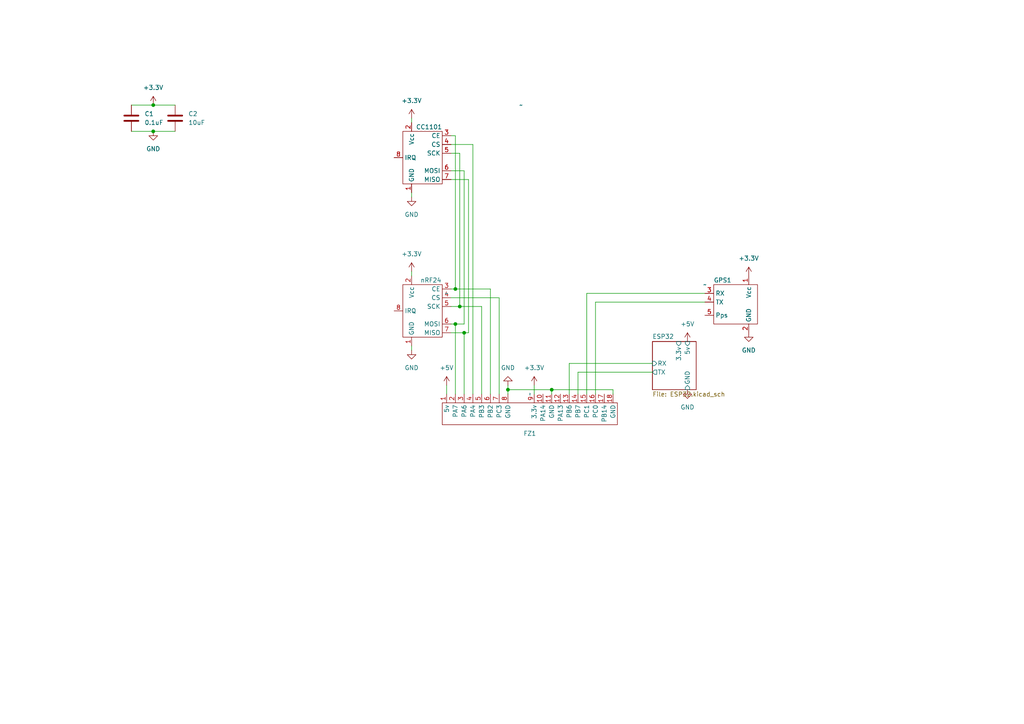
<source format=kicad_sch>
(kicad_sch (version 20230121) (generator eeschema)
  (paper "A4")
  (lib_symbols
    (symbol "Device:C" (pin_numbers hide) (pin_names (offset 0.254))
      (property "Reference" "C" (at 0.635 2.54 0))
      (property "Value" "C" (at 0.635 -2.54 0))
      (symbol "C_0_1"
        (polyline (pts (xy -2.032 -0.762) (xy 2.032 -0.762)) (stroke (width 0.508)))
        (polyline (pts (xy -2.032 0.762) (xy 2.032 0.762)) (stroke (width 0.508)))
      )
      (symbol "C_1_1"
        (pin passive line (at 0 3.81 270) (length 2.794) (name "~") (number "1"))
        (pin passive line (at 0 -3.81 90) (length 2.794) (name "~") (number "2"))
      )
    )
    (symbol "FlipperLibrary:C1101"
      (property "Reference" "U" (at 12.7 1.27 0))
      (symbol "C1101_0_1"
        (rectangle (start 11.43 0) (end 22.86 -15.24))
      )
      (symbol "C1101_1_1"
        (pin output line (at 20.32 -17.78 90) (length 2.54) (name "GND") (number "1"))
        (pin input line (at 20.32 2.54 270) (length 2.54) (name "Vcc") (number "2"))
        (pin input line (at 8.89 -1.27 0) (length 2.54) (name "CE") (number "3"))
        (pin input line (at 8.89 -3.81 0) (length 2.54) (name "CS") (number "4"))
        (pin input line (at 8.89 -6.35 0) (length 2.54) (name "SCK") (number "5"))
        (pin input line (at 8.89 -11.43 0) (length 2.54) (name "MOSI") (number "6"))
        (pin output line (at 8.89 -13.97 0) (length 2.54) (name "MISO") (number "7"))
        (pin output line (at 25.4 -7.62 180) (length 2.54) (name "IRQ") (number "8"))
      )
    )
    (symbol "FlipperLibrary:FZ_GPIO"
      (property "Reference" "FZ" (at 0 0 0))
      (symbol "FZ_GPIO_0_1"
        (rectangle (start 2.54 27.94) (end 8.89 -22.86))
      )
      (symbol "FZ_GPIO_1_1"
        (pin output line (at 0 -21.59 0) (length 2.54) (name "5v") (number "1"))
        (pin bidirectional line (at 0 6.35 0) (length 2.54) (name "PA14") (number "10"))
        (pin bidirectional line (at 0 8.89 0) (length 2.54) (name "GND") (number "11"))
        (pin bidirectional line (at 0 11.43 0) (length 2.54) (name "PA13") (number "12"))
        (pin bidirectional line (at 0 13.97 0) (length 2.54) (name "PB6") (number "13"))
        (pin bidirectional line (at 0 16.51 0) (length 2.54) (name "PB7") (number "14"))
        (pin bidirectional line (at 0 19.05 0) (length 2.54) (name "PC1") (number "15"))
        (pin bidirectional line (at 0 21.59 0) (length 2.54) (name "PC0") (number "16"))
        (pin bidirectional line (at 0 24.13 0) (length 2.54) (name "PB14") (number "17"))
        (pin bidirectional line (at 0 26.67 0) (length 2.54) (name "GND") (number "18"))
        (pin bidirectional line (at 0 -19.05 0) (length 2.54) (name "PA7") (number "2"))
        (pin bidirectional line (at 0 -16.51 0) (length 2.54) (name "PA6") (number "3"))
        (pin bidirectional line (at 0 -13.97 0) (length 2.54) (name "PA4") (number "4"))
        (pin bidirectional line (at 0 -11.43 0) (length 2.54) (name "PB3") (number "5"))
        (pin bidirectional line (at 0 -8.89 0) (length 2.54) (name "PB2") (number "6"))
        (pin bidirectional line (at 0 -6.35 0) (length 2.54) (name "PC3") (number "7"))
        (pin bidirectional line (at 0 -3.81 0) (length 2.54) (name "GND") (number "8"))
        (pin output line (at 0 3.81 0) (length 2.54) (name "3.3v") (number "9"))
      )
    )
    (symbol "FlipperLibrary:GPS"
      (property "Reference" "GPS" (at -5.08 6.35 0))
      (symbol "GPS_0_1"
        (rectangle (start -6.35 5.08) (end 6.35 -6.35))
      )
      (symbol "GPS_1_1"
        (pin input line (at 3.81 7.62 270) (length 2.54) (name "Vcc") (number "1"))
        (pin input line (at 3.81 -8.89 90) (length 2.54) (name "GND") (number "2"))
        (pin input line (at -8.89 2.54 0) (length 2.54) (name "RX") (number "3"))
        (pin output line (at -8.89 0 0) (length 2.54) (name "TX") (number "4"))
        (pin output line (at -8.89 -3.81 0) (length 2.54) (name "Pps") (number "5"))
      )
    )
    (symbol "FlipperLibrary:nRF24"
      (property "Reference" "U" (at -5.08 8.89 0))
      (symbol "nRF24_0_1"
        (rectangle (start -6.35 7.62) (end 5.08 -7.62))
      )
      (symbol "nRF24_1_1"
        (pin output line (at 2.54 -10.16 90) (length 2.54) (name "GND") (number "1"))
        (pin input line (at 2.54 10.16 270) (length 2.54) (name "Vcc") (number "2"))
        (pin input line (at -8.89 6.35 0) (length 2.54) (name "CE") (number "3"))
        (pin input line (at -8.89 3.81 0) (length 2.54) (name "CS") (number "4"))
        (pin input line (at -8.89 1.27 0) (length 2.54) (name "SCK") (number "5"))
        (pin input line (at -8.89 -3.81 0) (length 2.54) (name "MOSI") (number "6"))
        (pin output line (at -8.89 -6.35 0) (length 2.54) (name "MISO") (number "7"))
        (pin output line (at 7.62 0 180) (length 2.54) (name "IRQ") (number "8"))
      )
    )
    (symbol "power:+3.3V" (power) (pin_names (offset 0))
      (property "Value" "+3.3V" (at 0 3.556 0))
      (symbol "+3.3V_0_1"
        (polyline (pts (xy -0.762 1.27) (xy 0 2.54)))
        (polyline (pts (xy 0 0) (xy 0 2.54)))
        (polyline (pts (xy 0 2.54) (xy 0.762 1.27)))
      )
      (symbol "+3.3V_1_1"
        (pin power_in line (at 0 0 90) (length 0) hide (name "+3.3V") (number "1"))
      )
    )
    (symbol "power:+5V" (power) (pin_names (offset 0))
      (property "Value" "+5V" (at 0 3.556 0))
      (symbol "+5V_0_1"
        (polyline (pts (xy -0.762 1.27) (xy 0 2.54)))
        (polyline (pts (xy 0 0) (xy 0 2.54)))
        (polyline (pts (xy 0 2.54) (xy 0.762 1.27)))
      )
      (symbol "+5V_1_1"
        (pin power_in line (at 0 0 90) (length 0) hide (name "+5V") (number "1"))
      )
    )
    (symbol "power:GND" (power) (pin_names (offset 0))
      (property "Value" "GND" (at 0 -3.81 0))
      (symbol "GND_0_1"
        (polyline (pts (xy 0 0) (xy 0 -1.27) (xy 1.27 -1.27) (xy 0 -2.54) (xy -1.27 -1.27) (xy 0 -1.27)))
      )
      (symbol "GND_1_1"
        (pin power_in line (at 0 0 270) (length 0) hide (name "GND") (number "1"))
      )
    )
  )
  (junction (at 134.62 96.52))
  (junction (at 132.08 83.82))
  (junction (at 44.45 38.1))
  (junction (at 133.35 88.9))
  (junction (at 44.45 30.48))
  (junction (at 147.32 113.03))
  (junction (at 160.02 113.03))
  (junction (at 132.08 93.98))
  (wire (pts (xy 135.89 52.07) (xy 135.89 96.52)))
  (wire (pts (xy 134.62 93.98) (xy 132.08 93.98)))
  (wire (pts (xy 147.32 113.03) (xy 147.32 114.3)))
  (wire (pts (xy 154.94 111.76) (xy 154.94 114.3)))
  (wire (pts (xy 130.81 52.07) (xy 135.89 52.07)))
  (wire (pts (xy 135.89 96.52) (xy 134.62 96.52)))
  (wire (pts (xy 137.16 114.3) (xy 137.16 41.91)))
  (wire (pts (xy 132.08 93.98) (xy 130.81 93.98)))
  (wire (pts (xy 119.38 34.29) (xy 119.38 35.56)))
  (wire (pts (xy 38.1 30.48) (xy 44.45 30.48)))
  (wire (pts (xy 133.35 88.9) (xy 130.81 88.9)))
  (wire (pts (xy 177.8 114.3) (xy 177.8 113.03)))
  (wire (pts (xy 142.24 83.82) (xy 132.08 83.82)))
  (wire (pts (xy 137.16 41.91) (xy 130.81 41.91)))
  (wire (pts (xy 167.64 107.95) (xy 167.64 114.3)))
  (wire (pts (xy 44.45 30.48) (xy 50.8 30.48)))
  (wire (pts (xy 119.38 78.74) (xy 119.38 80.01)))
  (wire (pts (xy 132.08 39.37) (xy 132.08 83.82)))
  (wire (pts (xy 130.81 44.45) (xy 133.35 44.45)))
  (wire (pts (xy 130.81 49.53) (xy 134.62 49.53)))
  (wire (pts (xy 160.02 114.3) (xy 160.02 113.03)))
  (wire (pts (xy 133.35 44.45) (xy 133.35 88.9)))
  (wire (pts (xy 119.38 55.88) (xy 119.38 57.15)))
  (wire (pts (xy 189.23 105.41) (xy 165.1 105.41)))
  (wire (pts (xy 165.1 105.41) (xy 165.1 114.3)))
  (wire (pts (xy 38.1 38.1) (xy 44.45 38.1)))
  (wire (pts (xy 144.78 114.3) (xy 144.78 86.36)))
  (wire (pts (xy 44.45 38.1) (xy 50.8 38.1)))
  (wire (pts (xy 139.7 114.3) (xy 139.7 88.9)))
  (wire (pts (xy 134.62 49.53) (xy 134.62 93.98)))
  (wire (pts (xy 170.18 85.09) (xy 204.47 85.09)))
  (wire (pts (xy 132.08 83.82) (xy 130.81 83.82)))
  (wire (pts (xy 129.54 111.76) (xy 129.54 114.3)))
  (wire (pts (xy 134.62 96.52) (xy 130.81 96.52)))
  (wire (pts (xy 189.23 107.95) (xy 167.64 107.95)))
  (wire (pts (xy 172.72 87.63) (xy 204.47 87.63)))
  (wire (pts (xy 132.08 93.98) (xy 132.08 114.3)))
  (wire (pts (xy 134.62 96.52) (xy 134.62 114.3)))
  (wire (pts (xy 119.38 100.33) (xy 119.38 101.6)))
  (wire (pts (xy 170.18 85.09) (xy 170.18 114.3)))
  (wire (pts (xy 172.72 87.63) (xy 172.72 114.3)))
  (wire (pts (xy 144.78 86.36) (xy 130.81 86.36)))
  (wire (pts (xy 160.02 113.03) (xy 177.8 113.03)))
  (wire (pts (xy 130.81 39.37) (xy 132.08 39.37)))
  (wire (pts (xy 139.7 88.9) (xy 133.35 88.9)))
  (wire (pts (xy 160.02 113.03) (xy 147.32 113.03)))
  (wire (pts (xy 142.24 114.3) (xy 142.24 83.82)))
  (wire (pts (xy 147.32 111.76) (xy 147.32 113.03)))
  (symbol (lib_id "power:GND") (at 147.32 111.76 180) (unit 1)
    (property "Reference" "#PWR09" (effects hide))
    (property "Value" "GND" (at 147.32 106.68 0))
  )
  (symbol (lib_id "power:+3.3V") (at 119.38 78.74 0) (unit 1)
    (property "Reference" "#PWR010" (effects hide))
    (property "Value" "+3.3V" (at 119.38 73.66 0))
  )
  (symbol (lib_id "power:GND") (at 217.17 96.52 0) (unit 1)
    (property "Reference" "#PWR04" (effects hide))
    (property "Value" "GND" (at 217.17 101.6 0))
  )
  (symbol (lib_id "FlipperLibrary:GPS") (at 213.36 87.63 0) (unit 1)
    (property "Reference" "GPS1" (at 207.01 81.28 0) (effects (justify left)))
    (property "Value" "~" (at 204.47 82.55 0))
    (property "Footprint" "FlipperLibrary:GPS" (effects hide))
  )
  (symbol (lib_id "power:+3.3V") (at 119.38 34.29 0) (unit 1)
    (property "Reference" "#PWR012" (effects hide))
    (property "Value" "+3.3V" (at 119.38 29.21 0))
  )
  (symbol (lib_id "power:+3.3V") (at 44.45 30.48 0) (unit 1)
    (property "Reference" "#PWR02" (effects hide))
    (property "Value" "+3.3V" (at 44.45 25.4 0))
  )
  (symbol (lib_id "power:GND") (at 119.38 101.6 0) (unit 1)
    (property "Reference" "#PWR013" (effects hide))
    (property "Value" "GND" (at 119.38 106.68 0))
  )
  (symbol (lib_id "Device:C") (at 50.8 34.29 0) (unit 1)
    (property "Reference" "C2" (at 54.61 33.02 0) (effects (justify left)))
    (property "Value" "10uF" (at 54.61 35.56 0) (effects (justify left)))
    (property "Footprint" "Capacitor_THT:C_Radial_D4.0mm_H7.0mm_P1.50mm" (effects hide))
  )
  (symbol (lib_id "FlipperLibrary:FZ_GPIO") (at 151.13 114.3 270) (unit 1)
    (property "Reference" "FZ1" (at 153.67 125.73 90))
    (property "Value" "~" (at 153.67 114.3 0))
    (property "Footprint" "FlipperLibrary:FZ" (effects hide))
  )
  (symbol (lib_id "power:+3.3V") (at 154.94 111.76 0) (unit 1)
    (property "Reference" "#PWR08" (effects hide))
    (property "Value" "+3.3V" (at 154.94 106.68 0))
  )
  (symbol (lib_id "FlipperLibrary:C1101") (at 139.7 38.1 0) (mirror y) (unit 1)
    (property "Reference" "CC1101" (at 120.65 36.83 0) (effects (justify right)))
    (property "Value" "~" (at 151.13 30.48 0))
    (property "Footprint" "FlipperLibrary:C1101" (effects hide))
  )
  (symbol (lib_id "power:GND") (at 44.45 38.1 0) (unit 1)
    (property "Reference" "#PWR01" (effects hide))
    (property "Value" "GND" (at 44.45 43.18 0))
  )
  (symbol (lib_id "power:+5V") (at 199.39 99.06 0) (unit 1)
    (property "Reference" "#PWR05" (effects hide))
    (property "Value" "+5V" (at 199.39 93.98 0))
  )
  (symbol (lib_id "power:GND") (at 199.39 113.03 0) (unit 1)
    (property "Reference" "#PWR06" (effects hide))
    (property "Value" "GND" (at 199.39 118.11 0))
  )
  (symbol (lib_id "power:+5V") (at 129.54 111.76 0) (unit 1)
    (property "Reference" "#PWR07" (effects hide))
    (property "Value" "+5V" (at 129.54 106.68 0))
  )
  (symbol (lib_id "power:+3.3V") (at 217.17 80.01 0) (unit 1)
    (property "Reference" "#PWR03" (effects hide))
    (property "Value" "+3.3V" (at 217.17 74.93 0))
  )
  (symbol (lib_id "power:GND") (at 119.38 57.15 0) (unit 1)
    (property "Reference" "#PWR011" (effects hide))
    (property "Value" "GND" (at 119.38 62.23 0))
  )
  (symbol (lib_id "FlipperLibrary:nRF24") (at 121.92 90.17 0) (mirror y) (unit 1)
    (property "Reference" "nRF24" (at 121.92 81.28 0) (effects (justify right)))
    (property "Value" "~" (at 129.54 85.09 0))
    (property "Footprint" "FlipperLibrary:nRF24" (effects hide))
  )
  (symbol (lib_id "Device:C") (at 38.1 34.29 0) (unit 1)
    (property "Reference" "C1" (at 41.91 33.02 0) (effects (justify left)))
    (property "Value" "0.1uF" (at 41.91 35.56 0) (effects (justify left)))
    (property "Footprint" "Capacitor_THT:C_Disc_D6.0mm_W2.5mm_P5.00mm" (effects hide))
  )
  (sheet (at 189.23 99.06) (size 12.7 13.97) (stroke (width 0.1524))
    (property "Sheetname" "ESP32" (at 189.23 98.3484 0) (effects (justify left bottom)))
    (property "Sheetfile" "ESP32.kicad_sch" (at 189.23 113.6146 0) (effects (justify left top)))
    (pin "3.3v" input (at 196.85 99.06 90))
    (pin "TX" output (at 189.23 107.95 180))
    (pin "RX" input (at 189.23 105.41 180))
    (pin "5v" input (at 199.39 99.06 90))
    (pin "GND" input (at 199.39 113.03 270))
  )
)
</source>
